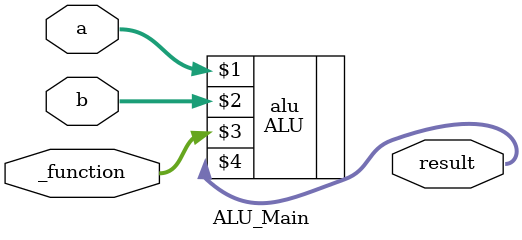
<source format=v>
`timescale 1ns / 1ps

module ALU_Main(
		input [3:0] a,
		input [3:0] b,
		input [2:0] _function,
		output [3:0] result
    );

	ALU alu(a, b, _function, result);
	
endmodule

</source>
